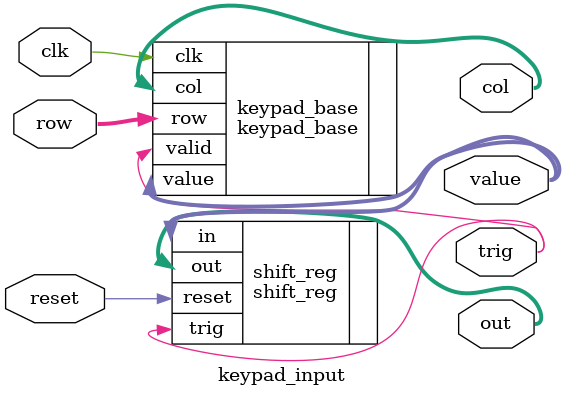
<source format=v>
module keypad_input 
#( parameter DIGITS = 4)
( input clk,
input reset,
input [3:0] row,
output [3:0] col,
output [(DIGITS*4)-1:0] out,
// Debug
output [3:0] value,
output trig
);
keypad_base keypad_base(
.clk(clk),
.row(row),
.col(col),
.value(value),
.valid(trig)
);
shift_reg #(.COUNT(DIGITS)) shift_reg(
.trig(trig),
.in(value),
.out(out),
.reset(reset)
);
endmodule 
</source>
